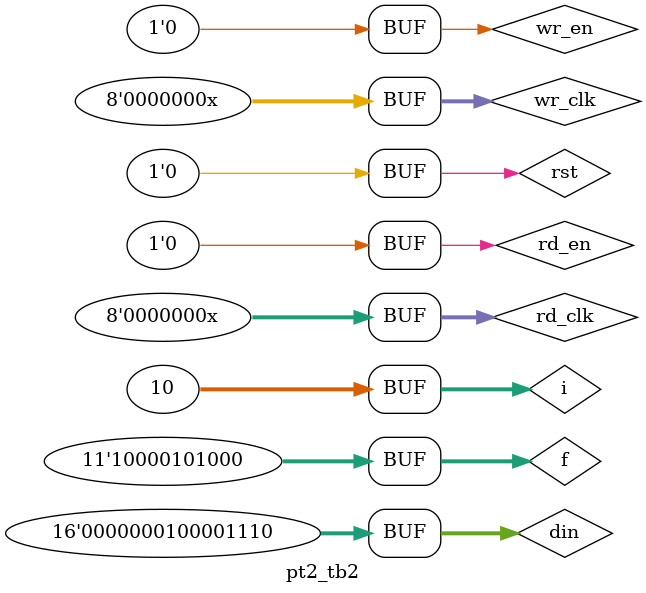
<source format=v>
`timescale 1ns / 1ps


module pt2_tb2;

	// Inputs
	reg rst;
	reg [7:0] wr_clk;
	reg [7:0] rd_clk;
	reg [15:0] din;
	reg wr_en;
	reg rd_en;
	
	// Outputs
	wire [15:0] dout;
	wire full;
	wire empty;
	
	reg [10:0] f;
	integer i;
	// Instantiate the Unit Under Test (UUT)
	top_fifo_block uut (
		.rst(rst), 
		.wr_clk(wr_clk), 
		.rd_clk(rd_clk), 
		.din(din), 
		.wr_en(wr_en), 
		.rd_en(rd_en), 
		.d_out(dout), 
		.full_out(full), 
		.empty_out(empty)
	);
	always #2 wr_clk = !wr_clk;
	always #2 rd_clk = !rd_clk;
	initial begin
		// Initialize Inputs
		rst = 1;
		wr_clk = 0;
		rd_clk = 0;
		din = 0;
		wr_en = 0;
		rd_en = 0;
		f = 0;

		// Wait 100 ns for global reset to finish
		#100;
        
		// Add stimulus here
		$monitor("test#%d\t rst = %b\t full = %b\t empty = %b\t rd = %b\t wr = %b\t datain = %d\t dataout = %d\n", f, rst, full, empty, rd_en, wr_en, din, dout);        
		
		#2; f = f+1; rst = 0; wr_en = 1; rd_en = 0; // data_in = 0
		#2; f = f+1; rst = 0; wr_en = 0; rd_en = 0;
		
		#6; f = f+1; rst = 0; wr_en = 1; rd_en = 0; // data_in = 0
		#4; f = f+1; rst = 0; wr_en = 0; rd_en = 0;
		//----------- 260 writes -------------------------------------------------
		
		for (i = 0 ; i < 260 ; i = i+1) begin
			#6; f = f+1; rst = 0; wr_en = 1; rd_en = 0; din = din + 1;
			#4; f = f+1; rst = 0; wr_en = 0; rd_en = 0;
		end
	
		
		//----------- 260 reads --------------------------------------------------
	
	
		for (i = 0 ; i < 260 ; i = i+1) begin
			#6; f = f+1; rst = 0; wr_en = 0; rd_en = 1;
			#4; f = f+1; rst = 0; wr_en = 0; rd_en = 0;
		end

		// write more!
		for (i = 0 ; i < 10 ; i = i+1) begin
			#6; f = f+1; rst = 0; wr_en = 1; rd_en = 0; din = din + 1;
			#4; f = f+1; rst = 0; wr_en = 0; rd_en = 0;
		end

	end
      
endmodule


</source>
